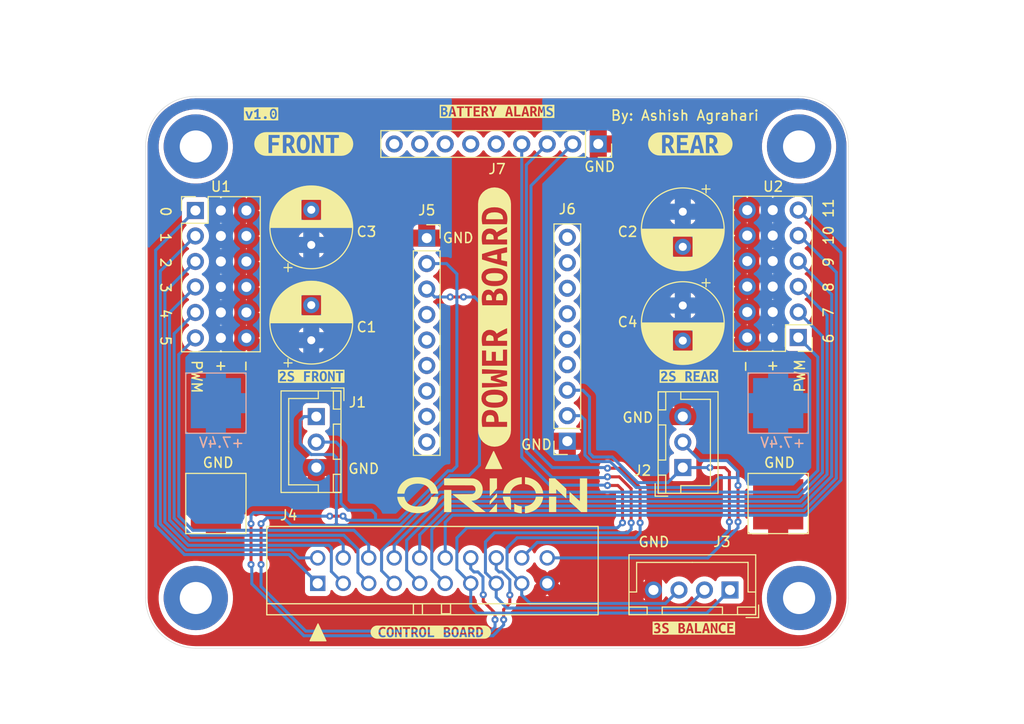
<source format=kicad_pcb>
(kicad_pcb (version 20241229) (generator "pcbnew") (generator_version "9.0")
  (title_block (title "ORION POWER BOARD PCB") (date "2025-12-14") (rev "1.0") (comment 4 "Author: Ashish Agrahari"))
  (layers (0 "F.Cu" signal) (2 "B.Cu" signal) (13 "F.Paste" user) (15 "B.Paste" user) (5 "F.SilkS" user "F.Silkscreen") (7 "B.SilkS" user "B.Silkscreen") (1 "F.Mask" user) (3 "B.Mask" user) (25 "Edge.Cuts" user))
  (net 0 "")
  (net 1 "GND")
  (net 2 "+7.4V_FRONT_BATT")
  (net 3 "PWM0")
  (net 4 "PWM7")
  (net 5 "PWM3")
  (net 6 "PWM10")
  (net 7 "PWM8")
  (net 8 "PWM6")
  (net 9 "3S_BATT_CELL3")
  (net 10 "PWM2")
  (net 11 "PWM5")
  (net 12 "PWM4")
  (net 13 "3S_BATT_CELL2")
  (net 14 "PWM9")
  (net 15 "PWM1")
  (net 16 "PWM11")
  (net 17 "3S_BATT_CELL1")
  (net 25 "2S_BATT_REAR_CELL1")
  (net 29 "2S_BATT_REAR_CELL2")
  (net 33 "2S_BATT_FRONT_CELL2")
  (net 35 "2S_BATT_FRONT_CELL1")
  (net 39 "+7.4V_REAR_BATT")
  (footprint "AA_Custom_Components:SULLINS_SBH11-PBPC-D10-ST-BK_SOCKET" (layer "F.Cu") (at 142.07 122.27)
    (property "Reference" "J4" (at -14.32 -5.52 0) (layer "F.SilkS") (effects (font (thickness 0.153))))
    (property "Value" "CONN_20_POS_KEYED_SOCKET")
    (pad "1" thru_hole rect (at -11.43 1.27) (size 1.53 1.53) (drill 1.02) (layers "*.Cu" "*.Mask") (net 3 "PWM0"))
    (pad "2" thru_hole circle (at -11.43 -1.27) (size 1.53 1.53) (drill 1.02) (layers "*.Cu" "*.Mask") (net 15 "PWM1"))
    (pad "3" thru_hole circle (at -8.89 1.27) (size 1.53 1.53) (drill 1.02) (layers "*.Cu" "*.Mask") (net 10 "PWM2"))
    (pad "4" thru_hole circle (at -8.89 -1.27) (size 1.53 1.53) (drill 1.02) (layers "*.Cu" "*.Mask") (net 5 "PWM3"))
    (pad "5" thru_hole circle (at -6.35 1.27) (size 1.53 1.53) (drill 1.02) (layers "*.Cu" "*.Mask") (net 12 "PWM4"))
    (pad "6" thru_hole circle (at -6.35 -1.27) (size 1.53 1.53) (drill 1.02) (layers "*.Cu" "*.Mask") (net 11 "PWM5"))
    (pad "7" thru_hole circle (at -3.81 1.27) (size 1.53 1.53) (drill 1.02) (layers "*.Cu" "*.Mask") (net 8 "PWM6"))
    (pad "8" thru_hole circle (at -3.81 -1.27) (size 1.53 1.53) (drill 1.02) (layers "*.Cu" "*.Mask") (net 4 "PWM7"))
    (pad "9" thru_hole circle (at -1.27 1.27) (size 1.53 1.53) (drill 1.02) (layers "*.Cu" "*.Mask") (net 7 "PWM8"))
    (pad "10" thru_hole circle (at -1.27 -1.27) (size 1.53 1.53) (drill 1.02) (layers "*.Cu" "*.Mask") (net 14 "PWM9"))
    (pad "11" thru_hole circle (at 1.27 1.27) (size 1.53 1.53) (drill 1.02) (layers "*.Cu" "*.Mask") (net 6 "PWM10"))
    (pad "12" thru_hole circle (at 1.27 -1.27) (size 1.53 1.53) (drill 1.02) (layers "*.Cu" "*.Mask") (net 16 "PWM11"))
    (pad "13" thru_hole circle (at 3.81 1.27) (size 1.53 1.53) (drill 1.02) (layers "*.Cu" "*.Mask") (net 9 "3S_BATT_CELL3"))
    (pad "14" thru_hole circle (at 3.81 -1.27) (size 1.53 1.53) (drill 1.02) (layers "*.Cu" "*.Mask") (net 33 "2S_BATT_FRONT_CELL2"))
    (pad "15" thru_hole circle (at 6.35 1.27) (size 1.53 1.53) (drill 1.02) (layers "*.Cu" "*.Mask") (net 13 "3S_BATT_CELL2"))
    (pad "16" thru_hole circle (at 6.35 -1.27) (size 1.53 1.53) (drill 1.02) (layers "*.Cu" "*.Mask") (net 35 "2S_BATT_FRONT_CELL1"))
    (pad "17" thru_hole circle (at 8.89 1.27) (size 1.53 1.53) (drill 1.02) (layers "*.Cu" "*.Mask") (net 17 "3S_BATT_CELL1"))
    (pad "18" thru_hole circle (at 8.89 -1.27) (size 1.53 1.53) (drill 1.02) (layers "*.Cu" "*.Mask") (net 29 "2S_BATT_REAR_CELL2"))
    (pad "19" thru_hole circle (at 11.43 1.27) (size 1.53 1.53) (drill 1.02) (layers "*.Cu" "*.Mask") (net 1 "GND"))
    (pad "20" thru_hole circle (at 11.43 -1.27) (size 1.53 1.53) (drill 1.02) (layers "*.Cu" "*.Mask") (net 25 "2S_BATT_REAR_CELL1"))
  )
  (footprint "Capacitor_THT:CP_Radial_D8.0mm_P3.50mm" (layer "F.Cu") (at 130 89.81 90)
    (property "Reference" "C3" (at 1.31 5.5 180) (layer "F.SilkS") (effects (font (thickness 0.153))))
    (property "Value" "470uF_CAP")
    (pad "1" thru_hole roundrect (at 0 0 90) (size 1.6 1.6) (drill 0.8) (layers "*.Cu" "*.Mask") (roundrect_rratio 0.15625) (net 2 "+7.4V_FRONT_BATT"))
    (pad "2" thru_hole circle (at 3.5 0 90) (size 1.6 1.6) (drill 0.8) (layers "*.Cu" "*.Mask") (net 1 "GND"))
  )
  (footprint "AA_Custom_Components:JST_XH_1x03_P2.54mm_Vertical" (layer "F.Cu") (at 167 112 90)
    (property "Reference" "J2" (at -0.3 -4 180) (layer "F.SilkS") (effects (font (thickness 0.153))))
    (property "Value" "2S_BACK_BATTERY_BALANCE_HEADER")
    (pad "1" thru_hole rect (at 0 0 180) (size 1.7 1.7) (drill 1) (layers "*.Cu" "*.Mask") (net 29 "2S_BATT_REAR_CELL2"))
    (pad "2" thru_hole oval (at 2.54 0 180) (size 1.7 1.7) (drill 1) (layers "*.Cu" "*.Mask") (net 25 "2S_BATT_REAR_CELL1"))
    (pad "3" thru_hole oval (at 5.08 0 180) (size 1.7 1.7) (drill 1) (layers "*.Cu" "*.Mask") (net 1 "GND"))
  )
  (footprint "Capacitor_THT:CP_Radial_D8.0mm_P3.50mm" (layer "F.Cu") (at 167 95.847349 -90)
    (property "Reference" "C4" (at 1.652651 5.5 180) (layer "F.SilkS") (effects (font (thickness 0.153))))
    (property "Value" "470uF_CAP")
    (pad "1" thru_hole roundrect (at 0 0 270) (size 1.6 1.6) (drill 0.8) (layers "*.Cu" "*.Mask") (roundrect_rratio 0.15625) (net 39 "+7.4V_REAR_BATT"))
    (pad "2" thru_hole circle (at 3.5 0 270) (size 1.6 1.6) (drill 0.8) (layers "*.Cu" "*.Mask") (net 1 "GND"))
  )
  (footprint "kibuzzard-693F65FC" (layer "F.Cu") (at 125 76.75)
    (property "Reference" "kibuzzard-693F65FC" (hide yes))
    (property "Value" "G***" (hide yes))
  )
  (footprint "MountingHole:MountingHole_3.2mm_M3_Pad" (layer "F.Cu") (at 178.58 125)
    (property "Reference" "H4")
    (property "Value" "MountingHole")
    (pad "1" thru_hole circle (at 0 0) (size 6.4 6.4) (drill 3.2) (layers "*.Cu" "*.Mask"))
  )
  (footprint "AA_Custom_Components:LIPO_VOLTAGE_ALARM" (layer "F.Cu") (at 141.5 89.13)
    (property "Reference" "J5" (at 0 -2.77 0) (layer "F.SilkS") (effects (font (thickness 0.153))))
    (property "Value" "2S_FRONT_LI-ION_VOLTAGE_ALARM")
    (pad "1" thru_hole rect (at 0 0) (size 1.7 1.7) (drill 1) (layers "*.Cu" "*.Mask") (net 1 "GND"))
    (pad "2" thru_hole circle (at 0 2.54) (size 1.7 1.7) (drill 1) (layers "*.Cu" "*.Mask") (net 35 "2S_BATT_FRONT_CELL1"))
    (pad "3" thru_hole circle (at 0 5.08) (size 1.7 1.7) (drill 1) (layers "*.Cu" "*.Mask") (net 33 "2S_BATT_FRONT_CELL2"))
    (pad "4" thru_hole circle (at 0 7.62) (size 1.7 1.7) (drill 1) (layers "*.Cu" "*.Mask"))
    (pad "5" thru_hole circle (at 0 10.16) (size 1.7 1.7) (drill 1) (layers "*.Cu" "*.Mask"))
    (pad "6" thru_hole circle (at 0 12.7) (size 1.7 1.7) (drill 1) (layers "*.Cu" "*.Mask"))
    (pad "7" thru_hole circle (at 0 15.24) (size 1.7 1.7) (drill 1) (layers "*.Cu" "*.Mask"))
    (pad "8" thru_hole circle (at 0 17.78) (size 1.7 1.7) (drill 1) (layers "*.Cu" "*.Mask"))
    (pad "9" thru_hole circle (at 0 20.32) (size 1.7 1.7) (drill 1) (layers "*.Cu" "*.Mask"))
  )
  (footprint "Capacitor_THT:CP_Radial_D8.0mm_P3.50mm" (layer "F.Cu") (at 167 86.5 -90)
    (property "Reference" "C2" (at 2 5.5 180) (layer "F.SilkS") (effects (font (thickness 0.153))))
    (property "Value" "470uF_CAP")
    (pad "1" thru_hole roundrect (at 0 0 270) (size 1.6 1.6) (drill 0.8) (layers "*.Cu" "*.Mask") (roundrect_rratio 0.15625) (net 39 "+7.4V_REAR_BATT"))
    (pad "2" thru_hole circle (at 3.5 0 270) (size 1.6 1.6) (drill 0.8) (layers "*.Cu" "*.Mask") (net 1 "GND"))
  )
  (footprint "AA_Custom_Components:LIPO_VOLTAGE_ALARM" (layer "F.Cu") (at 155.5 109.37 180)
    (property "Reference" "J6" (at 0 23.12 0) (layer "F.SilkS") (effects (font (thickness 0.153))))
    (property "Value" "2S_BACK_LI-ION_VOLTAGE_ALARM")
    (pad "1" thru_hole rect (at 0 0 180) (size 1.7 1.7) (drill 1) (layers "*.Cu" "*.Mask") (net 1 "GND"))
    (pad "2" thru_hole circle (at 0 2.54 180) (size 1.7 1.7) (drill 1) (layers "*.Cu" "*.Mask") (net 25 "2S_BATT_REAR_CELL1"))
    (pad "3" thru_hole circle (at 0 5.08 180) (size 1.7 1.7) (drill 1) (layers "*.Cu" "*.Mask") (net 29 "2S_BATT_REAR_CELL2"))
    (pad "4" thru_hole circle (at 0 7.62 180) (size 1.7 1.7) (drill 1) (layers "*.Cu" "*.Mask"))
    (pad "5" thru_hole circle (at 0 10.16 180) (size 1.7 1.7) (drill 1) (layers "*.Cu" "*.Mask"))
    (pad "6" thru_hole circle (at 0 12.7 180) (size 1.7 1.7) (drill 1) (layers "*.Cu" "*.Mask"))
    (pad "7" thru_hole circle (at 0 15.24 180) (size 1.7 1.7) (drill 1) (layers "*.Cu" "*.Mask"))
    (pad "8" thru_hole circle (at 0 17.78 180) (size 1.7 1.7) (drill 1) (layers "*.Cu" "*.Mask"))
    (pad "9" thru_hole circle (at 0 20.32 180) (size 1.7 1.7) (drill 1) (layers "*.Cu" "*.Mask"))
  )
  (footprint "AA_Custom_Components:LIPO_VOLTAGE_ALARM" (layer "F.Cu") (at 158.58 79.75 -90)
    (property "Reference" "J7" (at 2.5 10.08 180) (layer "F.SilkS") (effects (font (thickness 0.153))))
    (property "Value" "3S_LI-ION_VOLTAGE_ALARM")
    (pad "1" thru_hole rect (at 0 0 270) (size 1.7 1.7) (drill 1) (layers "*.Cu" "*.Mask") (net 1 "GND"))
    (pad "2" thru_hole circle (at 0 2.54 270) (size 1.7 1.7) (drill 1) (layers "*.Cu" "*.Mask") (net 17 "3S_BATT_CELL1"))
    (pad "3" thru_hole circle (at 0 5.08 270) (size 1.7 1.7) (drill 1) (layers "*.Cu" "*.Mask") (net 13 "3S_BATT_CELL2"))
    (pad "4" thru_hole circle (at 0 7.62 270) (size 1.7 1.7) (drill 1) (layers "*.Cu" "*.Mask") (net 9 "3S_BATT_CELL3"))
    (pad "5" thru_hole circle (at 0 10.16 270) (size 1.7 1.7) (drill 1) (layers "*.Cu" "*.Mask"))
    (pad "6" thru_hole circle (at 0 12.7 270) (size 1.7 1.7) (drill 1) (layers "*.Cu" "*.Mask"))
    (pad "7" thru_hole circle (at 0 15.24 270) (size 1.7 1.7) (drill 1) (layers "*.Cu" "*.Mask"))
    (pad "8" thru_hole circle (at 0 17.78 270) (size 1.7 1.7) (drill 1) (layers "*.Cu" "*.Mask"))
    (pad "9" thru_hole circle (at 0 20.32 270) (size 1.7 1.7) (drill 1) (layers "*.Cu" "*.Mask"))
  )
  (footprint "kibuzzard-693F5536" (layer "F.Cu") (at 130 102.9)
    (property "Reference" "kibuzzard-693F5536" (hide yes))
    (property "Value" "G***" (hide yes))
  )
  (footprint "MountingHole:MountingHole_3.2mm_M3_Pad" (layer "F.Cu") (at 118.5 125)
    (property "Reference" "H3")
    (property "Value" "MountingHole")
    (pad "1" thru_hole circle (at 0 0) (size 6.4 6.4) (drill 3.2) (layers "*.Cu" "*.Mask"))
  )
  (footprint "kibuzzard-693F3101" (layer "F.Cu") (at 129.25 79.75)
    (property "Reference" "kibuzzard-693F3101" (hide yes))
    (property "Value" "G***" (hide yes))
  )
  (footprint "kibuzzard-693F3E2A" (layer "F.Cu") (at 148.5 76.5)
    (property "Reference" "kibuzzard-693F3E2A" (hide yes))
    (property "Value" "G***" (hide yes))
  )
  (footprint "kibuzzard-693F552C" (layer "F.Cu") (at 167.6 102.9)
    (property "Reference" "kibuzzard-693F552C" (hide yes))
    (property "Value" "G***" (hide yes))
  )
  (footprint "AA_Custom_Components:JST_XH_1x04_P2.54mm_Vertical" (layer "F.Cu") (at 171.7 124.2 180)
    (property "Reference" "J3" (at 0.8 4.8 0) (layer "F.SilkS") (effects (font (thickness 0.153))))
    (property "Value" "3S_BATTERY_BALANCE_HEADER")
    (pad "1" thru_hole rect (at 0 0 270) (size 1.7 1.7) (drill 1) (layers "*.Cu" "*.Mask") (net 9 "3S_BATT_CELL3"))
    (pad "2" thru_hole oval (at 2.54 0 270) (size 1.7 1.7) (drill 1) (layers "*.Cu" "*.Mask") (net 13 "3S_BATT_CELL2"))
    (pad "3" thru_hole oval (at 5.08 0 270) (size 1.7 1.7) (drill 1) (layers "*.Cu" "*.Mask") (net 17 "3S_BATT_CELL1"))
    (pad "4" thru_hole oval (at 7.62 0 270) (size 1.7 1.7) (drill 1) (layers "*.Cu" "*.Mask") (net 1 "GND"))
  )
  (footprint "AA_Custom_Components:JST_XH_1x03_P2.54mm_Vertical" (layer "F.Cu") (at 130.5 106.92 -90)
    (property "Reference" "J1" (at -1.42 -4.1 180) (layer "F.SilkS") (effects (font (thickness 0.153))))
    (property "Value" "2S_FRONT_BATTERY_BALANCE_HEADER")
    (pad "1" thru_hole rect (at 0 0) (size 1.7 1.7) (drill 1) (layers "*.Cu" "*.Mask") (net 33 "2S_BATT_FRONT_CELL2"))
    (pad "2" thru_hole oval (at 2.54 0) (size 1.7 1.7) (drill 1) (layers "*.Cu" "*.Mask") (net 35 "2S_BATT_FRONT_CELL1"))
    (pad "3" thru_hole oval (at 5.08 0) (size 1.7 1.7) (drill 1) (layers "*.Cu" "*.Mask") (net 1 "GND"))
  )
  (footprint "AA_Custom_Components:PowerPad_Pair_5.0x5.0mm_2ndPadFlipped" (layer "F.Cu") (at 176.5 110.58 -90)
    (property "Reference" "BT2" (hide yes))
    (property "Value" "2S_BACK_LI-ION_BATT")
    (pad "1" smd rect (at -5 0 270) (size 5 5) (layers "B.Cu" "B.Mask" "B.Paste") (net 39 "+7.4V_REAR_BATT"))
    (pad "2" smd rect (at 5.08 0 270) (size 5 5) (layers "F.Cu" "F.Mask" "F.Paste") (net 1 "GND"))
  )
  (footprint "Capacitor_THT:CP_Radial_D8.0mm_P3.50mm" (layer "F.Cu") (at 130 99.31 90)
    (property "Reference" "C1" (at 1.31 5.5 180) (layer "F.SilkS") (effects (font (thickness 0.153))))
    (property "Value" "470uF_CAP")
    (pad "1" thru_hole roundrect (at 0 0 90) (size 1.6 1.6) (drill 0.8) (layers "*.Cu" "*.Mask") (roundrect_rratio 0.15625) (net 2 "+7.4V_FRONT_BATT"))
    (pad "2" thru_hole circle (at 3.5 0 90) (size 1.6 1.6) (drill 0.8) (layers "*.Cu" "*.Mask") (net 1 "GND"))
  )
  (footprint "AA_Custom_Components:Servo_PinHeader_3x06_P2.54mm_Vertical" (layer "F.Cu") (at 118.46 86.38)
    (property "Reference" "U1" (at 2.54 -2.38 0) (layer "F.SilkS") (effects (font (thickness 0.153))))
    (property "Value" "FRONT_6x3_SERVO_HEADER_PIN")
    (fp_text user "+" (at 3.04 16.22 90) (layer "F.SilkS") (effects (font (thickness 0.153) (bold yes)) (justify left bottom)))
    (fp_text user "-" (at 5.54 16.22 90) (layer "F.SilkS") (effects (font (thickness 0.153)) (justify left bottom)))
    (fp_text user "PWM" (at -0.46 14.82 270) (layer "F.SilkS") (effects (font (thickness 0.153) (bold yes)) (justify left bottom)))
    (pad "1" thru_hole rect (at 0 0) (size 1.7 1.7) (drill 1) (layers "*.Cu" "*.Mask") (net 3 "PWM0"))
    (pad "2" thru_hole circle (at 0 2.54) (size 1.7 1.7) (drill 1) (layers "*.Cu" "*.Mask") (net 15 "PWM1"))
    (pad "3" thru_hole circle (at 0 5.08) (size 1.7 1.7) (drill 1) (layers "*.Cu" "*.Mask") (net 10 "PWM2"))
    (pad "4" thru_hole circle (at 0 7.62) (size 1.7 1.7) (drill 1) (layers "*.Cu" "*.Mask") (net 5 "PWM3"))
    (pad "5" thru_hole circle (at 0 10.16) (size 1.7 1.7) (drill 1) (layers "*.Cu" "*.Mask") (net 12 "PWM4"))
    (pad "6" thru_hole circle (at 0 12.7) (size 1.7 1.7) (drill 1) (layers "*.Cu" "*.Mask") (net 11 "PWM5"))
    (pad "7" thru_hole circle (at 2.54 0) (size 1.7 1.7) (drill 1) (layers "*.Cu" "*.Mask") (net 2 "+7.4V_FRONT_BATT"))
    (pad "8" thru_hole circle (at 2.54 2.54) (size 1.7 1.7) (drill 1) (layers "*.Cu" "*.Mask") (net 2 "+7.4V_FRONT_BATT"))
    (pad "9" thru_hole circle (at 2.54 5.08) (size 1.7 1.7) (drill 1) (layers "*.Cu" "*.Mask") (net 2 "+7.4V_FRONT_BATT"))
    (pad "10" thru_hole circle (at 2.54 7.62) (size 1.7 1.7) (drill 1) (layers "*.Cu" "*.Mask") (net 2 "+7.4V_FRONT_BATT"))
    (pad "11" thru_hole circle (at 2.54 10.16) (size 1.7 1.7) (drill 1) (layers "*.Cu" "*.Mask") (net 2 "+7.4V_FRONT_BATT"))
    (pad "12" thru_hole circle (at 2.54 12.7) (size 1.7 1.7) (drill 1) (layers "*.Cu" "*.Mask") (net 2 "+7.4V_FRONT_BATT"))
    (pad "13" thru_hole circle (at 5.08 0) (size 1.7 1.7) (drill 1) (layers "*.Cu" "*.Mask") (net 1 "GND"))
    (pad "14" thru_hole circle (at 5.08 2.54) (size 1.7 1.7) (drill 1) (layers "*.Cu" "*.Mask") (net 1 "GND"))
    (pad "15" thru_hole circle (at 5.08 5.08) (size 1.7 1.7) (drill 1) (layers "*.Cu" "*.Mask") (net 1 "GND"))
    (pad "16" thru_hole circle (at 5.08 7.62) (size 1.7 1.7) (drill 1) (layers "*.Cu" "*.Mask") (net 1 "GND"))
    (pad "17" thru_hole circle (at 5.08 10.16) (size 1.7 1.7) (drill 1) (layers "*.Cu" "*.Mask") (net 1 "GND"))
    (pad "18" thru_hole circle (at 5.08 12.7) (size 1.7 1.7) (drill 1) (layers "*.Cu" "*.Mask") (net 1 "GND"))
  )
  (footprint "Orion-Logo:Orion-Logo-20mm" (layer "F.Cu") (at 148 114.75)
    (property "Reference" "N1" (hide yes))
    (property "Value" "ORION_LOGO" (hide yes))
  )
  (footprint "MountingHole:MountingHole_3.2mm_M3_Pad" (layer "F.Cu") (at 178.58 80)
    (property "Reference" "H2")
    (property "Value" "MountingHole")
    (pad "1" thru_hole circle (at 0 0) (size 6.4 6.4) (drill 3.2) (layers "*.Cu" "*.Mask"))
  )
  (footprint "kibuzzard-693F3F70" (layer "F.Cu") (at 141.9 128.4)
    (property "Reference" "kibuzzard-693F3F70" (hide yes))
    (property "Value" "G***" (hide yes))
  )
  (footprint "kibuzzard-693F3F14" (layer "F.Cu") (at 168.1 128)
    (property "Reference" "kibuzzard-693F3F14" (hide yes))
    (property "Value" "G***" (hide yes))
  )
  (footprint "kibuzzard-693F656E" (layer "F.Cu") (at 148.25 97 90)
    (property "Reference" "kibuzzard-693F656E" (hide yes))
    (property "Value" "G***" (hide yes))
  )
  (footprint "MountingHole:MountingHole_3.2mm_M3_Pad" (layer "F.Cu") (at 118.5 80)
    (property "Reference" "H1")
    (property "Value" "MountingHole")
    (pad "1" thru_hole circle (at 0 0) (size 6.4 6.4) (drill 3.2) (layers "*.Cu" "*.Mask"))
  )
  (footprint "AA_Custom_Components:PowerPad_Pair_5.0x5.0mm_2ndPadFlipped" (layer "F.Cu") (at 120.5 110.58 -90)
    (property "Reference" "BT1" (hide yes))
    (property "Value" "2S_FRONT_LI-ION_BATT")
    (pad "1" smd rect (at -5 0 270) (size 5 5) (layers "B.Cu" "B.Mask" "B.Paste") (net 2 "+7.4V_FRONT_BATT"))
    (pad "2" smd rect (at 5.08 0 270) (size 5 5) (layers "F.Cu" "F.Mask" "F.Paste") (net 1 "GND"))
  )
  (footprint "kibuzzard-693F310D" (layer "F.Cu") (at 167.75 79.75)
    (property "Reference" "kibuzzard-693F310D" (hide yes))
    (property "Value" "G***" (hide yes))
  )
  (footprint "AA_Custom_Components:Servo_PinHeader_3x06_P2.54mm_Vertical" (layer "F.Cu") (at 178.5 99.04 180)
    (property "Reference" "U2" (at 2.5 15.04 0) (layer "F.SilkS") (effects (font (thickness 0.153))))
    (property "Value" "BACK_6x3_SERVO_HEADER_PIN")
    (fp_text user "-" (at 5.75 -2.16 270) (layer "F.SilkS") (effects (font (thickness 0.153)) (justify left bottom)))
    (fp_text user "+" (at 3.048 -2.11 270) (layer "F.SilkS") (effects (font (thickness 0.153)) (justify left bottom)))
    (fp_text user "PWM" (at -0.75 -5.56 90) (layer "F.SilkS") (effects (font (thickness 0.153)) (justify left bottom)))
    (pad "1" thru_hole rect (at 0 0 180) (size 1.7 1.7) (drill 1) (layers "*.Cu" "*.Mask") (net 8 "PWM6"))
    (pad "2" thru_hole circle (at 0 2.54 180) (size 1.7 1.7) (drill 1) (layers "*.Cu" "*.Mask") (net 4 "PWM7"))
    (pad "3" thru_hole circle (at 0 5.08 180) (size 1.7 1.7) (drill 1) (layers "*.Cu" "*.Mask") (net 7 "PWM8"))
    (pad "4" thru_hole circle (at 0 7.62 180) (size 1.7 1.7) (drill 1) (layers "*.Cu" "*.Mask") (net 14 "PWM9"))
    (pad "5" thru_hole circle (at 0 10.16 180) (size 1.7 1.7) (drill 1) (layers "*.Cu" "*.Mask") (net 6 "PWM10"))
    (pad "6" thru_hole circle (at 0 12.7 180) (size 1.7 1.7) (drill 1) (layers "*.Cu" "*.Mask") (net 16 "PWM11"))
    (pad "7" thru_hole circle (at 2.54 0 180) (size 1.7 1.7) (drill 1) (layers "*.Cu" "*.Mask") (net 39 "+7.4V_REAR_BATT"))
    (pad "8" thru_hole circle (at 2.54 2.54 180) (size 1.7 1.7) (drill 1) (layers "*.Cu" "*.Mask") (net 39 "+7.4V_REAR_BATT"))
    (pad "9" thru_hole circle (at 2.54 5.08 180) (size 1.7 1.7) (drill 1) (layers "*.Cu" "*.Mask") (net 39 "+7.4V_REAR_BATT"))
    (pad "10" thru_hole circle (at 2.54 7.62 180) (size 1.7 1.7) (drill 1) (layers "*.Cu" "*.Mask") (net 39 "+7.4V_REAR_BATT"))
    (pad "11" thru_hole circle (at 2.54 10.16 180) (size 1.7 1.7) (drill 1) (layers "*.Cu" "*.Mask") (net 39 "+7.4V_REAR_BATT"))
    (pad "12" thru_hole circle (at 2.54 12.7 180) (size 1.7 1.7) (drill 1) (layers "*.Cu" "*.Mask") (net 39 "+7.4V_REAR_BATT"))
    (pad "13" thru_hole circle (at 5.08 0 180) (size 1.7 1.7) (drill 1) (layers "*.Cu" "*.Mask") (net 1 "GND"))
    (pad "14" thru_hole circle (at 5.08 2.54 180) (size 1.7 1.7) (drill 1) (layers "*.Cu" "*.Mask") (net 1 "GND"))
    (pad "15" thru_hole circle (at 5.08 5.08 180) (size 1.7 1.7) (drill 1) (layers "*.Cu" "*.Mask") (net 1 "GND"))
    (pad "16" thru_hole circle (at 5.08 7.62 180) (size 1.7 1.7) (drill 1) (layers "*.Cu" "*.Mask") (net 1 "GND"))
    (pad "17" thru_hole circle (at 5.08 10.16 180) (size 1.7 1.7) (drill 1) (layers "*.Cu" "*.Mask") (net 1 "GND"))
    (pad "18" thru_hole circle (at 5.08 12.7 180) (size 1.7 1.7) (drill 1) (layers "*.Cu" "*.Mask") (net 1 "GND"))
  )
  (gr_poly (pts (xy 147.36154 112.1) (xy 148.96154 112.1) (xy 148.16154 110.4)) (stroke (width 0.1)) (fill yes) (layer "F.SilkS"))
  (gr_line (start 178.5 75) (end 118.5 75) (stroke (width 0.05)) (layer "Edge.Cuts"))
  (gr_line (start 113.5 80) (end 113.5 125) (stroke (width 0.05)) (layer "Edge.Cuts"))
  (gr_line (start 183.5 125) (end 183.5 80) (stroke (width 0.05)) (layer "Edge.Cuts"))
  (gr_arc (start 113.5 80) (mid 114.964466 76.464466) (end 118.5 75) (stroke (width 0.05)) (layer "Edge.Cuts"))
  (gr_arc (start 183.5 125) (mid 182.035534 128.535534) (end 178.5 130) (stroke (width 0.05)) (layer "Edge.Cuts"))
  (gr_arc (start 178.5 75) (mid 182.035534 76.464466) (end 183.5 80) (stroke (width 0.05)) (layer "Edge.Cuts"))
  (gr_arc (start 118.5 130) (mid 114.964466 128.535534) (end 113.5 125) (stroke (width 0.05)) (layer "Edge.Cuts"))
  (gr_line (start 118.5 130) (end 178.5 130) (stroke (width 0.05)) (layer "Edge.Cuts"))
  (gr_text "7" (at 182.1 97.1 90) (layer "F.SilkS") (effects (font (size 1 1) (thickness 0.153)) (justify left bottom)))
  (gr_text "1" (at 114.9 88.5 270) (layer "F.SilkS") (effects (font (size 1 1) (thickness 0.153)) (justify left bottom)))
  (gr_text "GND" (at 160.9 107.6 0) (layer "F.SilkS") (effects (font (size 1 1) (thickness 0.153)) (justify left bottom)))
  (gr_text "6" (at 182.1 99.7 90) (layer "F.SilkS") (effects (font (size 1 1) (thickness 0.153)) (justify left bottom)))
  (gr_text "4" (at 114.9 96.1 270) (layer "F.SilkS") (effects (font (size 1 1) (thickness 0.153)) (justify left bottom)))
  (gr_text "8" (at 182.1 94.6 90) (layer "F.SilkS") (effects (font (size 1 1) (thickness 0.153)) (justify left bottom)))
  (gr_text "GND" (at 119.1 112.1 0) (layer "F.SilkS") (effects (font (size 1 1) (thickness 0.153)) (justify left bottom)))
  (gr_text "GND" (at 162.5 120 0) (layer "F.SilkS") (effects (font (size 1 1) (thickness 0.153)) (justify left bottom)))
  (gr_text "11" (at 182.1 87.2 90) (layer "F.SilkS") (effects (font (size 1 1) (thickness 0.153)) (justify left bottom)))
  (gr_text "2" (at 114.9 91 270) (layer "F.SilkS") (effects (font (size 1 1) (thickness 0.153)) (justify left bottom)))
  (gr_text "GND" (at 143 89.7 0) (layer "F.SilkS") (effects (font (size 1 1) (thickness 0.153)) (justify left bottom)))
  (gr_text "5" (at 114.9 98.8 270) (layer "F.SilkS") (effects (font (size 1 1) (thickness 0.153)) (justify left bottom)))
  (gr_text "GND" (at 133.6 112.7 0) (layer "F.SilkS") (effects (font (size 1 1) (thickness 0.153)) (justify left bottom)))
  (gr_text "0" (at 114.9 85.9 270) (layer "F.SilkS") (effects (font (size 1 1) (thickness 0.153)) (justify left bottom)))
  (gr_text "3" (at 114.9 93.5 270) (layer "F.SilkS") (effects (font (size 1 1) (thickness 0.153)) (justify left bottom)))
  (gr_text "9" (at 182.1 92.1 90) (layer "F.SilkS") (effects (font (size 1 1) (thickness 0.153)) (justify left bottom)))
  (gr_text "GND" (at 175 112.1 0) (layer "F.SilkS") (effects (font (size 1 1) (thickness 0.153)) (justify left bottom)))
  (gr_text "By: Ashish Agrahari" (at 159.75 77.5 0) (layer "F.SilkS") (effects (font (size 1 1) (thickness 0.153)) (justify left bottom)))
  (gr_text "GND" (at 157.1 82.6 0) (layer "F.SilkS") (effects (font (size 1 1) (thickness 0.153)) (justify left bottom)))
  (gr_text "10" (at 182.1 89.9 90) (layer "F.SilkS") (effects (font (size 1 1) (thickness 0.153)) (justify left bottom)))
  (gr_text "GND" (at 150.8 110.3 0) (layer "F.SilkS") (effects (font (size 1 1) (thickness 0.153)) (justify left bottom)))
  (gr_text "+7.4V" (at 123.4 110.1 -0) (layer "B.SilkS") (effects (font (size 1 1) (thickness 0.153)) (justify left bottom mirror)))
  (gr_text "+7.4V" (at 179.3 110.1 -0) (layer "B.SilkS") (effects (font (size 1 1) (thickness 0.153)) (justify left bottom mirror)))
  (segment (start 123.5 86.46) (end 123.54 86.5) (width 0.3) (layer "B.Cu") (net 1))
  (segment (start 114.500002 117.803906) (end 117.368096 120.672) (width 0.3) (layer "B.Cu") (net 3))
  (segment (start 117.368096 120.672) (end 117.371999 120.671999) (width 0.3) (layer "B.Cu") (net 3))
  (segment (start 114.500002 117.800002) (end 114.5 117.8) (width 0.3) (layer "B.Cu") (net 3))
  (segment (start 114.5 117.8) (end 114.500002 117.803906) (width 0.3) (layer "B.Cu") (net 3))
  (segment (start 118.46 86.38) (end 114.5 90.34) (width 0.3) (layer "B.Cu") (net 3))
  (segment (start 127.772 120.672) (end 130.64 123.54) (width 0.3) (layer "B.Cu") (net 3))
  (segment (start 117.371999 120.671999) (end 117.372 120.672) (width 0.3) (layer "B.Cu") (net 3))
  (segment (start 114.5 90.34) (end 114.500002 117.800002) (width 0.3) (layer "B.Cu") (net 3))
  (segment (start 118.46 86.38) (end 118.04 86.38) (width 0.3) (layer "B.Cu") (net 3))
  (segment (start 117.372 120.672) (end 127.772 120.672) (width 0.3) (layer "B.Cu") (net 3))
  (segment (start 180.906 112.486192) (end 178.486192 114.906) (width 0.3) (layer "B.Cu") (net 4))
  (segment (start 178.486192 114.906) (end 143.094 114.906) (width 0.3) (layer "B.Cu") (net 4))
  (segment (start 138.26 119.74) (end 138.26 121) (width 0.3) (layer "B.Cu") (net 4))
  (segment (start 143.094 114.906) (end 138.26 119.74) (width 0.3) (layer "B.Cu") (net 4))
  (segment (start 178.5 96.5) (end 180.906 98.906) (width 0.3) (layer "B.Cu") (net 4))
  (segment (start 180.906 98.906) (end 180.906 112.486192) (width 0.3) (layer "B.Cu") (net 4))
  (segment (start 118.46 94) (end 115.883 96.577) (width 0.3) (layer "B.Cu") (net 5))
  (segment (start 115.883 117.231048) (end 117.901952 119.25) (width 0.3) (layer "B.Cu") (net 5))
  (segment (start 117.901952 119.25) (end 132.75 119.25) (width 0.3) (layer "B.Cu") (net 5))
  (segment (start 132.75 119.25) (end 133.18 119.68) (width 0.3) (layer "B.Cu") (net 5))
  (segment (start 133.18 119.68) (end 133.18 121) (width 0.3) (layer "B.Cu") (net 5))
  (segment (start 115.883 96.577) (end 115.883 117.231048) (width 0.3) (layer "B.Cu") (net 5))
  (segment (start 182.289 92.539) (end 182.289 113.059048) (width 0.3) (layer "B.Cu") (net 6))
  (segment (start 142 122.2) (end 143.34 123.54) (width 0.3) (layer "B.Cu") (net 6))
  (segment (start 178.63 88.88) (end 182.289 92.539) (width 0.3) (layer "B.Cu") (net 6))
  (segment (start 179.059048 116.289) (end 143.862951 116.289001) (width 0.3) (layer "B.Cu") (net 6))
  (segment (start 142 118.151952) (end 142 122.2) (width 0.3) (layer "B.Cu") (net 6))
  (segment (start 143.862951 116.289001) (end 142 118.151952) (width 0.3) (layer "B.Cu") (net 6))
  (segment (start 182.289 113.059048) (end 179.059048 116.289) (width 0.3) (layer "B.Cu") (net 6))
  (segment (start 178.5 88.88) (end 178.63 88.88) (width 0.3) (layer "B.Cu") (net 6))
  (segment (start 181.367 112.677144) (end 178.677144 115.367) (width 0.3) (layer "B.Cu") (net 7))
  (segment (start 139.5 119.25) (end 139.5 122.24) (width 0.3) (layer "B.Cu") (net 7))
  (segment (start 178.5 93.96) (end 181.367 96.827) (width 0.3) (layer "B.Cu") (net 7))
  (segment (start 178.677144 115.367) (end 143.383 115.367) (width 0.3) (layer "B.Cu") (net 7))
  (segment (start 143.383 115.367) (end 139.5 119.25) (width 0.3) (layer "B.Cu") (net 7))
  (segment (start 181.367 96.827) (end 181.367 112.677144) (width 0.3) (layer "B.Cu") (net 7))
  (segment (start 139.5 122.24) (end 140.8 123.54) (width 0.3) (layer "B.Cu") (net 7))
  (segment (start 159.225202 114.445) (end 142.805 114.445) (width 0.3) (layer "B.Cu") (net 8))
  (segment (start 180.445 100.985) (end 180.445 112.29524) (width 0.3) (layer "B.Cu") (net 8))
  (segment (start 142.805 114.445) (end 137 120.25) (width 0.3) (layer "B.Cu") (net 8))
  (segment (start 137 120.25) (end 137 122.28) (width 0.3) (layer "B.Cu") (net 8))
  (segment (start 178.29524 114.445) (end 159.774798 114.445) (width 0.3) (layer "B.Cu") (net 8))
  (segment (start 159.773796 114.446002) (end 159.226204 114.446002) (width 0.3) (layer "B.Cu") (net 8))
  (segment (start 180.445 112.29524) (end 178.29524 114.445) (width 0.3) (layer "B.Cu") (net 8))
  (segment (start 137 122.28) (end 138.26 123.54) (width 0.3) (layer "B.Cu") (net 8))
  (segment (start 159.774798 114.445) (end 159.773796 114.446002) (width 0.3) (layer "B.Cu") (net 8))
  (segment (start 159.226204 114.446002) (end 159.225202 114.445) (width 0.3) (layer "B.Cu") (net 8))
  (segment (start 178.5 99.04) (end 180.445 100.985) (width 0.3) (layer "B.Cu") (net 8))
  (segment (start 160.535002 113.785002) (end 161 114.25) (width 0.3) (layer "F.Cu") (net 9))
  (segment (start 161 114.25) (end 161 117.5) (width 0.3) (layer "F.Cu") (net 9))
  (segment (start 159.5 113.785002) (end 160.535002 113.785002) (width 0.3) (layer "F.Cu") (net 9))
  (via (at 159.5 113.785002) (size 0.7) (drill 0.3) (layers "F.Cu" "B.Cu") (net 9))
  (via (at 161 117.5) (size 0.7) (drill 0.3) (layers "F.Cu" "B.Cu") (net 9))
  (segment (start 145.5 118) (end 144.5 119) (width 0.3) (layer "B.Cu") (net 9))
  (segment (start 169.4 126.5) (end 171.7 124.2) (width 0.3) (layer "B.Cu") (net 9))
  (segment (start 145.88 122.88) (end 145.88 123.54) (width 0.3) (layer "B.Cu") (net 9))
  (segment (start 144.5 119) (end 144.5 122.16) (width 0.3) (layer "B.Cu") (net 9))
  (segment (start 159.464998 113.75) (end 153.75 113.75) (width 0.3) (layer "B.Cu") (net 9))
  (segment (start 159.5 113.785002) (end 159.464998 113.75) (width 0.3) (layer "B.Cu") (net 9))
  (segment (start 144.5 122.16) (end 145.88 123.54) (width 0.3) (layer "B.Cu") (net 9))
  (segment (start 160.5 118) (end 145.5 118) (width 0.3) (layer "B.Cu") (net 9))
  (segment (start 161 117.5) (end 160.5 118) (width 0.3) (layer "B.Cu") (net 9))
  (segment (start 145.88 123.54) (end 145.88 125.88) (width 0.3) (layer "B.Cu") (net 9))
  (segment (start 146.5 126.5) (end 169.4 126.5) (width 0.3) (layer "B.Cu") (net 9))
  (segment (start 153.75 113.75) (end 150.96 110.96) (width 0.3) (layer "B.Cu") (net 9))
  (segment (start 145.88 125.88) (end 146.5 126.5) (width 0.3) (layer "B.Cu") (net 9))
  (segment (start 150.96 110.96) (end 150.96 79.75) (width 0.3) (layer "B.Cu") (net 9))
  (segment (start 132 120) (end 132 122.36) (width 0.3) (layer "B.Cu") (net 10))
  (segment (start 115.422 117.422) (end 117.75 119.75) (width 0.3) (layer "B.Cu") (net 10))
  (segment (start 132 122.36) (end 133.18 123.54) (width 0.3) (layer "B.Cu") (net 10))
  (segment (start 118.46 91.46) (end 115.422 94.498) (width 0.3) (layer "B.Cu") (net 10))
  (segment (start 115.422 94.498) (end 115.422 117.422) (width 0.3) (layer "B.Cu") (net 10))
  (segment (start 133.18 123.43) (end 133.18 123.54) (width 0.3) (layer "B.Cu") (net 10))
  (segment (start 117.75 119.75) (end 131.75 119.75) (width 0.3) (layer "B.Cu") (net 10))
  (segment (start 131.75 119.75) (end 132 120) (width 0.3) (layer "B.Cu") (net 10))
  (segment (start 118.205856 118.25) (end 134.25 118.25) (width 0.3) (layer "B.Cu") (net 11))
  (segment (start 116.805 116.849144) (end 118.205856 118.25) (width 0.3) (layer "B.Cu") (net 11))
  (segment (start 118.46 99.08) (end 116.805 100.735) (width 0.3) (layer "B.Cu") (net 11))
  (segment (start 116.805 100.735) (end 116.805 116.849144) (width 0.3) (layer "B.Cu") (net 11))
  (segment (start 135.72 119.72) (end 135.72 121) (width 0.3) (layer "B.Cu") (net 11))
  (segment (start 134.25 118.25) (end 135.72 119.72) (width 0.3) (layer "B.Cu") (net 11))
  (segment (start 134.644 120.144) (end 134.644 122.464) (width 0.3) (layer "B.Cu") (net 12))
  (segment (start 116.344 117.040096) (end 118.053904 118.75) (width 0.3) (layer "B.Cu") (net 12))
  (segment (start 118.46 96.54) (end 116.344 98.656) (width 0.3) (layer "B.Cu") (net 12))
  (segment (start 133.25 118.75) (end 134.644 120.144) (width 0.3) (layer "B.Cu") (net 12))
  (segment (start 118.053904 118.75) (end 133.25 118.75) (width 0.3) (layer "B.Cu") (net 12))
  (segment (start 116.344 98.656) (end 116.344 117.040096) (width 0.3) (layer "B.Cu") (net 12))
  (segment (start 134.644 122.464) (end 135.72 123.54) (width 0.3) (layer "B.Cu") (net 12))
  (segment (start 160.674999 112.924999) (end 161.860003 114.110003) (width 0.3) (layer "F.Cu") (net 13))
  (segment (start 161.860003 114.110003) (end 161.860003 117.5) (width 0.3) (layer "F.Cu") (net 13))
  (segment (start 159.5 112.924999) (end 160.674999 112.924999) (width 0.3) (layer "F.Cu") (net 13))
  (via (at 159.5 112.924999) (size 0.7) (drill 0.3) (layers "F.Cu" "B.Cu") (net 13))
  (via (at 161.860003 117.5) (size 0.7) (drill 0.3) (layers "F.Cu" "B.Cu") (net 13))
  (segment (start 148.42 123.54) (end 148.42 124.92) (width 0.3) (layer "B.Cu") (net 13))
  (segment (start 147.344 119.406) (end 147.344 122.464) (width 0.3) (layer "B.Cu") (net 13))
  (segment (start 149.089 125.589) (end 149.089 125.613796) (width 0.3) (layer "B.Cu") (net 13))
  (segment (start 154 113) (end 151.421 110.421) (width 0.3) (layer "B.Cu") (net 13))
  (segment (start 159.5 112.924999) (end 159.424999 113) (width 0.3) (layer "B.Cu") (net 13))
  (segment (start 151.421 81.829) (end 153.5 79.75) (width 0.3) (layer "B.Cu") (net 13))
  (segment (start 161.5 118.5) (end 148.25 118.5) (width 0.3) (layer "B.Cu") (net 13))
  (segment (start 161.860003 117.5) (end 161.860003 118.139997) (width 0.3) (layer "B.Cu") (net 13))
  (segment (start 150.023796 126.001) (end 150.024796 126) (width 0.3) (layer "B.Cu") (net 13))
  (segment (start 167.36 126) (end 169.16 124.2) (width 0.3) (layer "B.Cu") (net 13))
  (segment (start 149.089 125.613796) (end 149.476204 126.001) (width 0.3) (layer "B.Cu") (net 13))
  (segment (start 149.476204 126.001) (end 150.023796 126.001) (width 0.3) (layer "B.Cu") (net 13))
  (segment (start 159.424999 113) (end 154 113) (width 0.3) (layer "B.Cu") (net 13))
  (segment (start 148.42 124.92) (end 149.089 125.589) (width 0.3) (layer "B.Cu") (net 13))
  (segment (start 150.024796 126) (end 167.36 126) (width 0.3) (layer "B.Cu") (net 13))
  (segment (start 161.860003 118.139997) (end 161.5 118.5) (width 0.3) (layer "B.Cu") (net 13))
  (segment (start 148.25 118.5) (end 147.344 119.406) (width 0.3) (layer "B.Cu") (net 13))
  (segment (start 147.344 122.464) (end 148.42 123.54) (width 0.3) (layer "B.Cu") (net 13))
  (segment (start 151.421 110.421) (end 151.421 81.829) (width 0.3) (layer "B.Cu") (net 13))
  (segment (start 140.8 118.7) (end 140.8 121) (width 0.3) (layer "B.Cu") (net 14))
  (segment (start 178.5 91.42) (end 181.828 94.748) (width 0.3) (layer "B.Cu") (net 14))
  (segment (start 143.671998 115.828002) (end 140.8 118.7) (width 0.3) (layer "B.Cu") (net 14))
  (segment (start 178.868096 115.828) (end 143.671998 115.828002) (width 0.3) (layer "B.Cu") (net 14))
  (segment (start 181.828 94.748) (end 181.828 112.868096) (width 0.3) (layer "B.Cu") (net 14))
  (segment (start 181.828 112.868096) (end 178.868096 115.828) (width 0.3) (layer "B.Cu") (net 14))
  (segment (start 127.962952 120.211) (end 128.751952 121) (width 0.3) (layer "B.Cu") (net 15))
  (segment (start 128.751952 121) (end 130.64 121) (width 0.3) (layer "B.Cu") (net 15))
  (segment (start 118.46 88.92) (end 114.961 92.419) (width 0.3) (layer "B.Cu") (net 15))
  (segment (start 114.961001 117.612953) (end 117.559048 120.211) (width 0.3) (layer "B.Cu") (net 15))
  (segment (start 117.559048 120.211) (end 127.962952 120.211) (width 0.3) (layer "B.Cu") (net 15))
  (segment (start 114.961 92.419) (end 114.961001 117.612953) (width 0.3) (layer "B.Cu") (net 15))
  (segment (start 143.34 117.463904) (end 143.34 121) (width 0.3) (layer "B.Cu") (net 16))
  (segment (start 182.75 113.25) (end 179.25 116.75) (width 0.3) (layer "B.Cu") (net 16))
  (segment (start 178.5 86.34) (end 182.75 90.59) (width 0.3) (layer "B.Cu") (net 16))
  (segment (start 144.053904 116.75) (end 143.34 117.463904) (width 0.3) (layer "B.Cu") (net 16))
  (segment (start 182.75 90.59) (end 182.75 113.25) (width 0.3) (layer "B.Cu") (net 16))
  (segment (start 179.25 116.75) (end 144.053904 116.75) (width 0.3) (layer "B.Cu") (net 16))
  (segment (start 159.5 112.064996) (end 160.814996 112.064996) (width 0.3) (layer "F.Cu") (net 17))
  (segment (start 160.814996 112.064996) (end 162.75 114) (width 0.3) (layer "F.Cu") (net 17))
  (segment (start 162.75 114) (end 162.75 117.5) (width 0.3) (layer "F.Cu") (net 17))
  (via (at 162.75 117.5) (size 0.7) (drill 0.3) (layers "F.Cu" "B.Cu") (net 17))
  (via (at 159.5 112.064996) (size 0.7) (drill 0.3) (layers "F.Cu" "B.Cu") (net 17))
  (segment (start 162.75 117.5) (end 162.75 118.5) (width 0.3) (layer "B.Cu") (net 17))
  (segment (start 151.882 109.882) (end 151.882 83.908) (width 0.3) (layer "B.Cu") (net 17))
  (segment (start 149.496 122.076) (end 150.96 123.54) (width 0.3) (layer "B.Cu") (net 17))
  (segment (start 150.96 124.71) (end 151.789 125.539) (width 0.3) (layer "B.Cu") (net 17))
  (segment (start 151.789 125.539) (end 165.281 125.539) (width 0.3) (layer "B.Cu") (net 17))
  (segment (start 154 112) (end 151.882 109.882) (width 0.3) (layer "B.Cu") (net 17))
  (segment (start 150.5 119) (end 149.496 120.004) (width 0.3) (layer "B.Cu") (net 17))
  (segment (start 151.882 83.908) (end 156.04 79.75) (width 0.3) (layer "B.Cu") (net 17))
  (segment (start 159.435004 112) (end 154 112) (width 0.3) (layer "B.Cu") (net 17))
  (segment (start 162.25 119) (end 150.5 119) (width 0.3) (layer "B.Cu") (net 17))
  (segment (start 159.5 112.064996) (end 159.435004 112) (width 0.3) (layer "B.Cu") (net 17))
  (segment (start 149.496 120.004) (end 149.496 122.076) (width 0.3) (layer "B.Cu") (net 17))
  (segment (start 162.75 118.5) (end 162.25 119) (width 0.3) (layer "B.Cu") (net 17))
  (segment (start 150.96 123.54) (end 150.96 124.71) (width 0.3) (layer "B.Cu") (net 17))
  (segment (start 165.281 125.539) (end 166.62 124.2) (width 0.3) (layer "B.Cu") (net 17))
  (segment (start 172.500173 113.785) (end 172.5 113.785173) (width 0.3) (layer "F.Cu") (net 25))
  (segment (start 172.5 117.409827) (end 172.500173 117.41) (width 0.3) (layer "F.Cu") (net 25))
  (segment (start 172.5 113.785173) (end 172.5 117.409827) (width 0.3) (layer "F.Cu") (net 25))
  (via (at 172.500173 113.785) (size 0.7) (drill 0.3) (layers "F.Cu" "B.Cu") (net 25))
  (via (at 172.500173 117.41) (size 0.7) (drill 0.3) (layers "F.Cu" "B.Cu") (net 25))
  (segment (start 171.4 111.3) (end 172.500173 112.400173) (width 0.3) (layer "B.Cu") (net 25))
  (segment (start 170.6 113) (end 172.500173 113) (width 0.3) (layer "B.Cu") (net 25))
  (segment (start 155.5 106.83) (end 156.83 106.83) (width 0.3) (layer "B.Cu") (net 25))
  (segment (start 172.500173 117.41) (end 172.500173 117.999827) (width 0.3) (layer "B.Cu") (net 25))
  (segment (start 157.25 107.25) (end 157.25 110.75) (width 0.3) (layer "B.Cu") (net 25))
  (segment (start 168.7 111.3) (end 171.4 111.3) (width 0.3) (layer "B.Cu") (net 25))
  (segment (start 162.3538 113.984002) (end 169.615998 113.984002) (width 0.3) (layer "B.Cu") (net 25))
  (segment (start 172.500173 112.400173) (end 172.500173 113.785) (width 0.3) (layer "B.Cu") (net 25))
  (segment (start 167 109.6) (end 168.7 111.3) (width 0.3) (layer "B.Cu") (net 25))
  (segment (start 157.903996 111.403996) (end 159.773794 111.403996) (width 0.3) (layer "B.Cu") (net 25))
  (segment (start 167 109.46) (end 167 109.6) (width 0.3) (layer "B.Cu") (net 25))
  (segment (start 169.5 121) (end 153.5 121) (width 0.3) (layer "B.Cu") (net 25))
  (segment (start 156.83 106.83) (end 157.25 107.25) (width 0.3) (layer "B.Cu") (net 25))
  (segment (start 159.773794 111.403996) (end 162.3538 113.984002) (width 0.3) (layer "B.Cu") (net 25))
  (segment (start 157.25 110.75) (end 157.903996 111.403996) (width 0.3) (layer "B.Cu") (net 25))
  (segment (start 169.615998 113.984002) (end 170.6 113) (width 0.3) (layer "B.Cu") (net 25))
  (segment (start 155.5 107.25) (end 155.5 106.83) (width 0.3) (layer "B.Cu") (net 25))
  (segment (start 172.500173 117.999827) (end 169.5 121) (width 0.3) (layer "B.Cu") (net 25))
  (segment (start 171.64017 112.44017) (end 171.64017 117.41) (width 0.3) (layer "F.Cu") (net 29))
  (segment (start 169.7 112) (end 171.2 112) (width 0.3) (layer "F.Cu") (net 29))
  (segment (start 171.2 112) (end 171.64017 112.44017) (width 0.3) (layer "F.Cu") (net 29))
  (via (at 171.64017 117.41) (size 0.7) (drill 0.3) (layers "F.Cu" "B.Cu") (net 29))
  (via (at 169.7 112) (size 0.7) (drill 0.3) (layers "F.Cu" "B.Cu") (net 29))
  (segment (start 170.387049 119.460999) (end 169.75 119.460999) (width 0.3) (layer "B.Cu") (net 29))
  (segment (start 171.64017 118.207878) (end 170.387049 119.460999) (width 0.3) (layer "B.Cu") (net 29))
  (segment (start 155.5 104.29) (end 157.04 104.29) (width 0.3) (layer "B.Cu") (net 29))
  (segment (start 169.7 112) (end 167 112) (width 0.3) (layer "B.Cu") (net 29))
  (segment (start 169.801227 119.460999) (end 152.499001 119.460999) (width 0.3) (layer "B.Cu") (net 29))
  (segment (start 157.711 110.559048) (end 158.094949 110.942997) (width 0.3) (layer "B.Cu") (net 29))
  (segment (start 158.094949 110.942997) (end 159.582843 110.942997) (width 0.3) (layer "B.Cu") (net 29))
  (segment (start 159.582843 110.942997) (end 159.964748 110.942996) (width 0.3) (layer "B.Cu") (net 29))
  (segment (start 157.04 104.29) (end 157.711 104.961) (width 0.3) (layer "B.Cu") (net 29))
  (segment (start 157.711 104.961) (end 157.711 110.559048) (width 0.3) (layer "B.Cu") (net 29))
  (segment (start 152.499001 119.460999) (end 150.96 121) (width 0.3) (layer "B.Cu") (net 29))
  (segment (start 159.964748 110.942996) (end 162.521752 113.5) (width 0.3) (layer "B.Cu") (net 29))
  (segment (start 171.64017 117.41) (end 171.64017 118.207878) (width 0.3) (layer "B.Cu") (net 29))
  (segment (start 162.521752 113.5) (end 165.5 113.5) (width 0.3) (layer "B.Cu") (net 29))
  (segment (start 165.5 113.5) (end 167 112) (width 0.3) (layer "B.Cu") (net 29))
  (segment (start 125 121.66) (end 125 117.59) (width 0.3) (layer "F.Cu") (net 33))
  (segment (start 147.13 125.33) (end 147.13 124.67) (width 0.3) (layer "F.Cu") (net 33))
  (segment (start 148.3 127.16) (end 148.3 126.5) (width 0.3) (layer "F.Cu") (net 33))
  (segment (start 148.3 126.5) (end 147.13 125.33) (width 0.3) (layer "F.Cu") (net 33))
  (segment (start 145.16 95) (end 143.84 95) (width 0.3) (layer "F.Cu") (net 33))
  (via (at 125 117.59) (size 0.7) (drill 0.3) (layers "F.Cu" "B.Cu") (net 33))
  (via (at 147.13 124.67) (size 0.7) (drill 0.3) (layers "F.Cu" "B.Cu") (net 33))
  (via (at 145.16 95) (size 0.7) (drill 0.3) (layers "F.Cu" "B.Cu") (net 33))
  (via (at 143.84 95) (size 0.7) (drill 0.3) (layers "F.Cu" "B.Cu") (net 33))
  (via (at 125 121.66) (size 0.7) (drill 0.3) (layers "F.Cu" "B.Cu") (net 33))
  (via (at 148.3 127.16) (size 0.7) (drill 0.3) (layers "F.Cu" "B.Cu") (net 33))
  (segment (start 143.84 95) (end 142.29 95) (width 0.3) (layer "B.Cu") (net 33))
  (segment (start 132.2 110.7) (end 130 110.7) (width 0.3) (layer "B.Cu") (net 33))
  (segment (start 130 110.7) (end 128.9 109.6) (width 0.3) (layer "B.Cu") (net 33))
  (segment (start 125 121.66) (end 125 123.848048) (width 0.3) (layer "B.Cu") (net 33))
  (segment (start 146.6 122.4) (end 146.2 122.4) (width 0.3) (layer "B.Cu") (net 33))
  (segment (start 145.711 112.789) (end 146.75 111.75) (width 0.3) (layer "B.Cu") (net 33))
  (segment (start 147.9 128.3) (end 148.3 127.9) (width 0.3) (layer "B.Cu") (net 33))
  (segment (start 130.5 107) (end 130.5 106.92) (width 0.3) (layer "B.Cu") (net 33))
  (segment (start 146.25 95) (end 145.16 95) (width 0.3) (layer "B.Cu") (net 33))
  (segment (start 146.75 95.5) (end 146.25 95) (width 0.3) (layer "B.Cu") (net 33))
  (segment (start 146.2 122.4) (end 145.88 122.08) (width 0.3) (layer "B.Cu") (net 33))
  (segment (start 128.9 107.3) (end 129.28 106.92) (width 0.3) (layer "B.Cu") (net 33))
  (segment (start 146.75 111.75) (end 146.75 95.5) (width 0.3) (layer "B.Cu") (net 33))
  (segment (start 128 117.75) (end 138.848048 117.75) (width 0.3) (layer "B.Cu") (net 33))
  (segment (start 142.29 95) (end 141.5 94.21) (width 0.3) (layer "B.Cu") (net 33))
  (segment (start 132.5 111) (end 132.2 110.7) (width 0.3) (layer "B.Cu") (net 33))
  (segment (start 132.5 117.75) (end 132.5 111) (width 0.3) (layer "B.Cu") (net 33))
  (segment (start 148.3 127.9) (end 148.3 127.16) (width 0.3) (layer "B.Cu") (net 33))
  (segment (start 129.28 106.92) (end 130.5 106.92) (width 0.3) (layer "B.Cu") (net 33))
  (segment (start 128.9 109.6) (end 128.9 107.3) (width 0.3) (layer "B.Cu") (net 33))
  (segment (start 147.1 122.9) (end 146.6 122.4) (width 0.3) (layer "B.Cu") (net 33))
  (segment (start 143.809048 112.789) (end 145.711 112.789) (width 0.3) (layer "B.Cu") (net 33))
  (segment (start 125 123.848048) (end 129.451952 128.3) (width 0.3) (layer "B.Cu") (net 33))
  (segment (start 125 117.59) (end 125.59 117) (width 0.3) (layer "B.Cu") (net 33))
  (segment (start 125.59 117) (end 127.25 117) (width 0.3) (layer "B.Cu") (net 33))
  (segment (start 147.1 124.64) (end 147.1 122.9) (width 0.3) (layer "B.Cu") (net 33))
  (segment (start 145.88 122.08) (end 145.88 121) (width 0.3) (layer "B.Cu") (net 33))
  (segment (start 138.848048 117.75) (end 143.809048 112.789) (width 0.3) (layer "B.Cu") (net 33))
  (segment (start 147.13 124.67) (end 147.1 124.64) (width 0.3) (layer "B.Cu") (net 33))
  (segment (start 127.25 117) (end 128 117.75) (width 0.3) (layer "B.Cu") (net 33))
  (segment (start 129.451952 128.3) (end 147.9 128.3) (width 0.3) (layer "B.Cu") (net 33))
  (segment (start 149.160003 126.139997) (end 149.160003 127.16) (width 0.3) (layer "F.Cu") (net 35))
  (segment (start 149.772764 125.527236) (end 149.160003 126.139997) (width 0.3) (layer "F.Cu") (net 35))
  (segment (start 124 121.66) (end 124 117.59) (width 0.3) (layer "F.Cu") (net 35))
  (segment (start 133.16 116.84) (end 131.84 116.84) (width 0.3) (layer "F.Cu") (net 35))
  (segment (start 149.772764 124.7) (end 149.772764 125.527236) (width 0.3) (layer "F.Cu") (net 35))
  (via (at 124 117.59) (size 0.7) (drill 0.3) (layers "F.Cu" "B.Cu") (net 35))
  (via (at 124 121.66) (size 0.7) (drill 0.3) (layers "F.Cu" "B.Cu") (net 35))
  (via (at 149.772764 124.7) (size 0.7) (drill 0.3) (layers "F.Cu" "B.Cu") (net 35))
  (via (at 149.160003 127.16) (size 0.7) (drill 0.3) (layers "F.Cu" "B.Cu") (net 35))
  (via (at 131.84 116.84) (size 0.7) (drill 0.3) (layers "F.Cu" "B.Cu") (net 35))
  (via (at 133.16 116.84) (size 0.7) (drill 0.3) (layers "F.Cu" "B.Cu") (net 35))
  (segment (start 129.260999 128.760999) (end 124.074793 123.574793) (width 0.3) (layer "B.Cu") (net 35))
  (segment (start 124 117.59) (end 124 116.75) (width 0.3) (layer "B.Cu") (net 35))
  (segment (start 132.961 109.961) (end 132.8 109.8) (width 0.3) (layer "B.Cu") (net 35))
  (segment (start 136.4 117.25) (end 136.4 116.65) (width 0.3) (layer "B.Cu") (net 35))
  (segment (start 148.090952 128.761) (end 149.160003 127.691949) (width 0.3) (layer "B.Cu") (net 35))
  (segment (start 144.5 111.85) (end 144.022 112.328) (width 0.3) (layer "B.Cu") (net 35))
  (segment (start 136.81 117.25) (end 133.57 117.25) (width 0.3) (layer "B.Cu") (net 35))
  (segment (start 124.25 116.5) (end 127.5 116.5) (width 0.3) (layer "B.Cu") (net 35))
  (segment (start 127.5 116.5) (end 127.84 116.84) (width 0.3) (layer "B.Cu") (net 35))
  (segment (start 141.5 91.75) (end 141.5 91.67) (width 0.3) (layer "B.Cu") (net 35))
  (segment (start 149 122.4) (end 148.7 122.4) (width 0.3) (layer "B.Cu") (net 35))
  (segment (start 132.961 115.561) (end 132.961 109.961) (width 0.3) (layer "B.Cu") (net 35))
  (segment (start 148.7 122.4) (end 148.42 122.12) (width 0.3) (layer "B.Cu") (net 35))
  (segment (start 133.65 116.25) (end 132.961 115.561) (width 0.3) (layer "B.Cu") (net 35))
  (segment (start 127.84 116.84) (end 131.84 116.84) (width 0.3) (layer "B.Cu") (net 35))
  (segment (start 132.8 109.8) (end 132.46 109.46) (width 0.3) (layer "B.Cu") (net 35))
  (segment (start 144.5 92.7) (end 144.5 111.85) (width 0.3) (layer "B.Cu") (net 35))
  (segment (start 133.57 117.25) (end 133.16 116.84) (width 0.3) (layer "B.Cu") (net 35))
  (segment (start 141.5 91.67) (end 143.47 91.67) (width 0.3) (layer "B.Cu") (net 35))
  (segment (start 138.696096 117.25) (end 136.81 117.25) (width 0.3) (layer "B.Cu") (net 35))
  (segment (start 124.074793 123.574793) (end 124.074793 121.734793) (width 0.3) (layer "B.Cu") (net 35))
  (segment (start 124 116.75) (end 124.25 116.5) (width 0.3) (layer "B.Cu") (net 35))
  (segment (start 149.772764 124.7) (end 149.772764 123.172764) (width 0.3) (layer "B.Cu") (net 35))
  (segment (start 143.618096 112.328) (end 138.696096 117.25) (width 0.3) (layer "B.Cu") (net 35))
  (segment (start 124.074793 121.734793) (end 124 121.66) (width 0.3) (layer "B.Cu") (net 35))
  (segment (start 148.090952 128.761) (end 129.260999 128.760999) (width 0.3) (layer "B.Cu") (net 35))
  (segment (start 144.022 112.328) (end 143.618096 112.328) (width 0.3) (layer "B.Cu") (net 35))
  (segment (start 136 116.25) (end 133.65 116.25) (width 0.3) (layer "B.Cu") (net 35))
  (segment (start 149.772764 123.172764) (end 149 122.4) (width 0.3) (layer "B.Cu") (net 35))
  (segment (start 148.42 122.12) (end 148.42 121) (width 0.3) (layer "B.Cu") (net 35))
  (segment (start 132.46 109.46) (end 130.5 109.46) (width 0.3) (layer "B.Cu") (net 35))
  (segment (start 149.160003 127.691949) (end 149.160003 127.16) (width 0.3) (layer "B.Cu") (net 35))
  (segment (start 136.4 116.65) (end 136 116.25) (width 0.3) (layer "B.Cu") (net 35))
  (segment (start 143.47 91.67) (end 144.5 92.7) (width 0.3) (layer "B.Cu") (net 35))
  (zone (net 1) (net_name "GND") (layer "F.Cu") (priority 2) (connect_pads (clearance 0.5)) (min_thickness 0.25) (fill yes (thermal_gap 0.5) (thermal_bridge_width 2))
    (polygon (pts (xy 99 131) (xy 99 74) (xy 201 74) (xy 201 131)))
  )
  (zone (net 2) (net_name "+7.4V_FRONT_BATT") (layer "B.Cu") (connect_pads (clearance 0.5)) (min_thickness 0.25) (fill yes (thermal_gap 0.5) (thermal_bridge_width 2))
    (polygon (pts (xy 109 131) (xy 109 74) (xy 144 73.75) (xy 144 130.75)))
  )
  (zone (net 39) (net_name "+7.4V_REAR_BATT") (layer "B.Cu") (priority 1) (connect_pads (clearance 0.5)) (min_thickness 0.25) (fill yes (thermal_gap 0.5) (thermal_bridge_width 2))
    (polygon (pts (xy 153 73.75) (xy 189 74) (xy 189 131) (xy 153 130.75)))
  )
)
</source>
